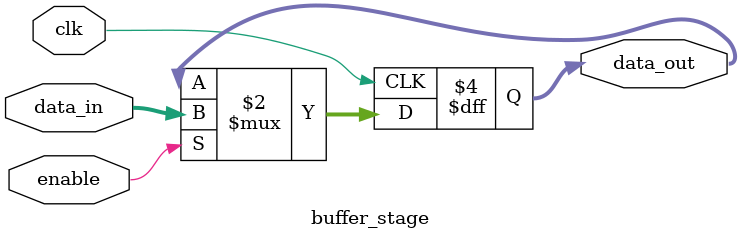
<source format=sv>
module cascaded_buffer (
    input  wire       clk,
    input  wire [7:0] data_in,
    input  wire       cascade_en,
    output wire [7:0] data_out
);
    wire [7:0] stage1_to_stage2;
    wire [7:0] stage2_to_output;

    // 级联的第一级缓冲
    buffer_stage stage1 (
        .clk       (clk),
        .data_in   (data_in),
        .enable    (cascade_en),
        .data_out  (stage1_to_stage2)
    );

    // 级联的第二级缓冲
    buffer_stage stage2 (
        .clk       (clk),
        .data_in   (stage1_to_stage2),
        .enable    (cascade_en),
        .data_out  (stage2_to_output)
    );

    // 输出级缓冲
    buffer_stage output_stage (
        .clk       (clk),
        .data_in   (stage2_to_output),
        .enable    (cascade_en),
        .data_out  (data_out)
    );

endmodule

// 单级缓冲子模块
module buffer_stage (
    input  wire       clk,
    input  wire [7:0] data_in,
    input  wire       enable,
    output reg  [7:0] data_out
);
    always @(posedge clk) begin
        if (enable) begin
            data_out <= data_in;
        end
    end
endmodule
</source>
